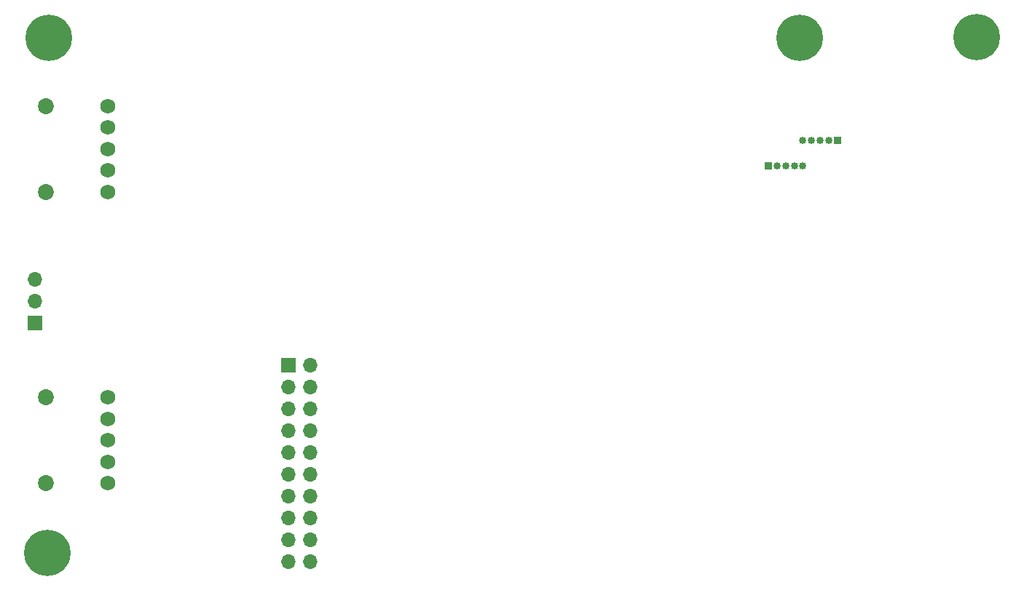
<source format=gbs>
%TF.GenerationSoftware,KiCad,Pcbnew,8.0.8*%
%TF.CreationDate,2025-02-15T02:41:19-07:00*%
%TF.ProjectId,ECE Capstone PCB Design,45434520-4361-4707-9374-6f6e65205043,rev?*%
%TF.SameCoordinates,Original*%
%TF.FileFunction,Soldermask,Bot*%
%TF.FilePolarity,Negative*%
%FSLAX46Y46*%
G04 Gerber Fmt 4.6, Leading zero omitted, Abs format (unit mm)*
G04 Created by KiCad (PCBNEW 8.0.8) date 2025-02-15 02:41:19*
%MOMM*%
%LPD*%
G01*
G04 APERTURE LIST*
%ADD10R,1.700000X1.700000*%
%ADD11O,1.700000X1.700000*%
%ADD12C,5.400000*%
%ADD13R,0.850000X0.850000*%
%ADD14O,0.850000X0.850000*%
%ADD15C,1.854200*%
%ADD16C,1.752600*%
G04 APERTURE END LIST*
D10*
%TO.C,REF\u002A\u002A*%
X132560000Y-85620000D03*
D11*
X135100000Y-85620000D03*
X132560000Y-88160000D03*
X135100000Y-88160000D03*
X132560000Y-90700000D03*
X135100000Y-90700000D03*
X132560000Y-93240000D03*
X135100000Y-93240000D03*
X132560000Y-95780000D03*
X135100000Y-95780000D03*
X132560000Y-98320000D03*
X135100000Y-98320000D03*
X132560000Y-100860000D03*
X135100000Y-100860000D03*
X132560000Y-103400000D03*
X135100000Y-103400000D03*
X132560000Y-105940000D03*
X135100000Y-105940000D03*
X132560000Y-108480000D03*
X135100000Y-108480000D03*
%TD*%
D12*
%TO.C,REF\u002A\u002A*%
X212560000Y-47480000D03*
%TD*%
%TO.C,REF\u002A\u002A*%
X104560000Y-107480000D03*
%TD*%
D13*
%TO.C,REF\u002A\u002A*%
X188360000Y-62480000D03*
D14*
X189360000Y-62480000D03*
X190360000Y-62480000D03*
X191360000Y-62480000D03*
X192360000Y-62480000D03*
%TD*%
D15*
%TO.C,J2*%
X104379999Y-89380000D03*
X104379999Y-99380000D03*
D16*
X111560000Y-99380000D03*
X111560000Y-96880000D03*
X111560000Y-94380000D03*
X111560000Y-91880000D03*
X111560000Y-89380000D03*
%TD*%
D15*
%TO.C,J1*%
X104379999Y-55480000D03*
X104379999Y-65480000D03*
D16*
X111560000Y-65480000D03*
X111560000Y-62980000D03*
X111560000Y-60480000D03*
X111560000Y-57980000D03*
X111560000Y-55480000D03*
%TD*%
D12*
%TO.C,*%
X191960000Y-47580000D03*
%TD*%
%TO.C,REF\u002A\u002A*%
X104660000Y-47580000D03*
%TD*%
D13*
%TO.C,REF\u002A\u002A*%
X196360000Y-59480000D03*
D14*
X195360000Y-59480000D03*
X194360000Y-59480000D03*
X193360000Y-59480000D03*
X192360000Y-59480000D03*
%TD*%
D10*
%TO.C,REF\u002A\u002A*%
X103060000Y-80755000D03*
D11*
X103060000Y-78215000D03*
X103060000Y-75675000D03*
%TD*%
M02*

</source>
